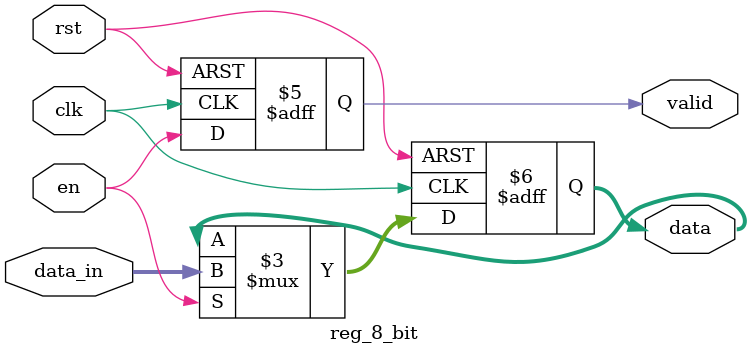
<source format=v>
module Nnad_flash_reader(
  input clk,
  input rst,
  inout [7:0] F_IO_A,
  input wait_,
  
  output [7:0]data,
  output valid,
  output F_CLE_A,
  output F_ALE_A,
  output F_REN_A,
  output F_WEN_A,
  input  F_RB_A
 );
 
 wire com_en,address_en_0,address_en_1,address_en_2;
 wire [23:0]address;
 wire [7:0]comand;
Nnad_flash_reader_state_machine state(
.clk(clk),
.rst(rst),
.wait_(wait_), 
.F_CLE_A(F_CLE_A),
.F_ALE_A(F_ALE_A),
.F_REN_A(F_REN_A),
.F_WEN_A(F_WEN_A),
.F_RB_A(F_RB_A),
.com_en(com_en),
.data_en(data_valid),
.address_en_0(address_en_0),
.address_en_1(address_en_1),
.address_en_2(address_en_2),
.address_count(address)
 );
 tri_con a(
.data_to_nand(F_IO_A),
.com_en(com_en),
.address_en_0(address_en_0),
.address_en_1(address_en_1),
.address_en_2(address_en_2),
.address(address)
 );
 
 reg_8_bit bit_8(
.clk(clk),
.rst(rst),
.en(data_valid),
.data_in(F_IO_A),
.data(data),
.valid(valid)
 );
 
 endmodule
 
 
 module tri_con(
  input com_en,
  input address_en_0,
  input address_en_1,
  input address_en_2,
  input [23:0]address,
  
  inout [7:0]data_to_nand

 );

 
 assign data_to_nand=com_en?{7'b0,address[8]}:8'bzzzzzzzz;
 assign data_to_nand=address_en_0?address[7:  0]:8'bzzzzzzzz;
 assign data_to_nand=address_en_1?address[16: 9]:8'bzzzzzzzz;
 assign data_to_nand=address_en_2?{7'b0,address[17]}:8'bzzzzzzzz;
 
 endmodule
 
  module reg_8_bit(
  input clk,
  input rst,
  input en,
  input [7:0]data_in,
  output reg valid,
  output reg [7:0]data
 );
  always@(posedge clk,posedge rst)
 begin
	if(rst)
	data<=8'd0;
	else if(en)
	data<=data_in;
 end
   always@(posedge clk,posedge rst)
 begin
	if(rst)
	valid<=0;
	else 
	valid<=en;
 end
 endmodule
 
</source>
